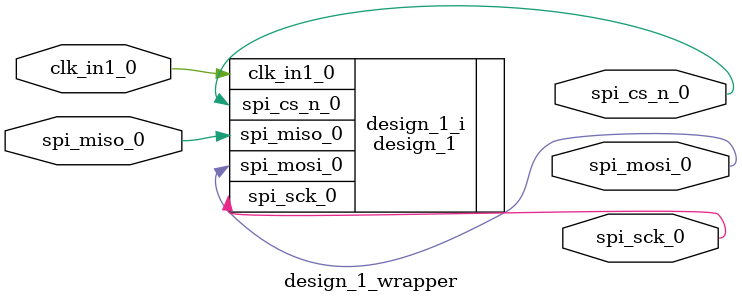
<source format=v>
`timescale 1 ps / 1 ps

module design_1_wrapper
   (clk_in1_0,
    spi_cs_n_0,
    spi_miso_0,
    spi_mosi_0,
    spi_sck_0);
  input clk_in1_0;
  output spi_cs_n_0;
  input spi_miso_0;
  output spi_mosi_0;
  output spi_sck_0;

  wire clk_in1_0;
  wire spi_cs_n_0;
  wire spi_miso_0;
  wire spi_mosi_0;
  wire spi_sck_0;

  design_1 design_1_i
       (.clk_in1_0(clk_in1_0),
        .spi_cs_n_0(spi_cs_n_0),
        .spi_miso_0(spi_miso_0),
        .spi_mosi_0(spi_mosi_0),
        .spi_sck_0(spi_sck_0));
endmodule

</source>
